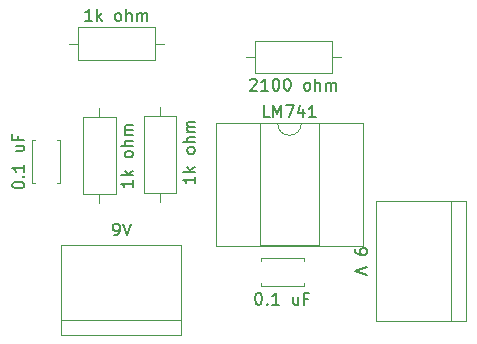
<source format=gbr>
%TF.GenerationSoftware,KiCad,Pcbnew,(5.1.7)-1*%
%TF.CreationDate,2022-10-27T22:03:01+03:00*%
%TF.ProjectId,wien_osc,7769656e-5f6f-4736-932e-6b696361645f,rev?*%
%TF.SameCoordinates,Original*%
%TF.FileFunction,Legend,Top*%
%TF.FilePolarity,Positive*%
%FSLAX46Y46*%
G04 Gerber Fmt 4.6, Leading zero omitted, Abs format (unit mm)*
G04 Created by KiCad (PCBNEW (5.1.7)-1) date 2022-10-27 22:03:01*
%MOMM*%
%LPD*%
G01*
G04 APERTURE LIST*
%ADD10C,0.120000*%
%ADD11C,0.150000*%
G04 APERTURE END LIST*
D10*
%TO.C,LM741*%
X156275280Y-95357640D02*
G75*
G02*
X154275280Y-95357640I-1000000J0D01*
G01*
X154275280Y-95357640D02*
X152740280Y-95357640D01*
X152740280Y-95357640D02*
X152740280Y-105637640D01*
X152740280Y-105637640D02*
X157810280Y-105637640D01*
X157810280Y-105637640D02*
X157810280Y-95357640D01*
X157810280Y-95357640D02*
X156275280Y-95357640D01*
X149040280Y-95297640D02*
X149040280Y-105697640D01*
X149040280Y-105697640D02*
X161510280Y-105697640D01*
X161510280Y-105697640D02*
X161510280Y-95297640D01*
X161510280Y-95297640D02*
X149040280Y-95297640D01*
%TO.C,2100 ohm*%
X158880560Y-91118360D02*
X158880560Y-88378360D01*
X158880560Y-88378360D02*
X152340560Y-88378360D01*
X152340560Y-88378360D02*
X152340560Y-91118360D01*
X152340560Y-91118360D02*
X158880560Y-91118360D01*
X159650560Y-89748360D02*
X158880560Y-89748360D01*
X151570560Y-89748360D02*
X152340560Y-89748360D01*
%TO.C,1k ohm*%
X142962960Y-101240340D02*
X145702960Y-101240340D01*
X145702960Y-101240340D02*
X145702960Y-94700340D01*
X145702960Y-94700340D02*
X142962960Y-94700340D01*
X142962960Y-94700340D02*
X142962960Y-101240340D01*
X144332960Y-102010340D02*
X144332960Y-101240340D01*
X144332960Y-93930340D02*
X144332960Y-94700340D01*
X137369800Y-87225200D02*
X137369800Y-89965200D01*
X137369800Y-89965200D02*
X143909800Y-89965200D01*
X143909800Y-89965200D02*
X143909800Y-87225200D01*
X143909800Y-87225200D02*
X137369800Y-87225200D01*
X136599800Y-88595200D02*
X137369800Y-88595200D01*
X144679800Y-88595200D02*
X143909800Y-88595200D01*
X140551840Y-94824800D02*
X137811840Y-94824800D01*
X137811840Y-94824800D02*
X137811840Y-101364800D01*
X137811840Y-101364800D02*
X140551840Y-101364800D01*
X140551840Y-101364800D02*
X140551840Y-94824800D01*
X139181840Y-94054800D02*
X139181840Y-94824800D01*
X139181840Y-102134800D02*
X139181840Y-101364800D01*
%TO.C,9 V*%
X168915080Y-101935280D02*
X168915080Y-112095280D01*
X170185080Y-101935280D02*
X162565080Y-101935280D01*
X162565080Y-101935280D02*
X162565080Y-112095280D01*
X162565080Y-112095280D02*
X170185080Y-112095280D01*
X170185080Y-112095280D02*
X170185080Y-101935280D01*
%TO.C,9V*%
X146110960Y-112008920D02*
X135950960Y-112008920D01*
X146110960Y-113278920D02*
X146110960Y-105658920D01*
X146110960Y-105658920D02*
X135950960Y-105658920D01*
X135950960Y-105658920D02*
X135950960Y-113278920D01*
X135950960Y-113278920D02*
X146110960Y-113278920D01*
%TO.C,0.1 uF*%
X156465040Y-109125080D02*
X152825040Y-109125080D01*
X156465040Y-106785080D02*
X152825040Y-106785080D01*
X156465040Y-109125080D02*
X156465040Y-108880080D01*
X156465040Y-107030080D02*
X156465040Y-106785080D01*
X152825040Y-109125080D02*
X152825040Y-108880080D01*
X152825040Y-107030080D02*
X152825040Y-106785080D01*
X133483020Y-100422480D02*
X133483020Y-96782480D01*
X135823020Y-100422480D02*
X135823020Y-96782480D01*
X133483020Y-100422480D02*
X133728020Y-100422480D01*
X135578020Y-100422480D02*
X135823020Y-100422480D01*
X133483020Y-96782480D02*
X133728020Y-96782480D01*
X135578020Y-96782480D02*
X135823020Y-96782480D01*
%TO.C,LM741*%
D11*
X153584803Y-94810020D02*
X153108613Y-94810020D01*
X153108613Y-93810020D01*
X153918137Y-94810020D02*
X153918137Y-93810020D01*
X154251470Y-94524306D01*
X154584803Y-93810020D01*
X154584803Y-94810020D01*
X154965756Y-93810020D02*
X155632422Y-93810020D01*
X155203851Y-94810020D01*
X156441946Y-94143354D02*
X156441946Y-94810020D01*
X156203851Y-93762401D02*
X155965756Y-94476687D01*
X156584803Y-94476687D01*
X157489565Y-94810020D02*
X156918137Y-94810020D01*
X157203851Y-94810020D02*
X157203851Y-93810020D01*
X157108613Y-93952878D01*
X157013375Y-94048116D01*
X156918137Y-94095735D01*
%TO.C,2100 ohm*%
X151943893Y-91665979D02*
X151991512Y-91618360D01*
X152086750Y-91570740D01*
X152324845Y-91570740D01*
X152420083Y-91618360D01*
X152467702Y-91665979D01*
X152515321Y-91761217D01*
X152515321Y-91856455D01*
X152467702Y-91999312D01*
X151896274Y-92570740D01*
X152515321Y-92570740D01*
X153467702Y-92570740D02*
X152896274Y-92570740D01*
X153181988Y-92570740D02*
X153181988Y-91570740D01*
X153086750Y-91713598D01*
X152991512Y-91808836D01*
X152896274Y-91856455D01*
X154086750Y-91570740D02*
X154181988Y-91570740D01*
X154277226Y-91618360D01*
X154324845Y-91665979D01*
X154372464Y-91761217D01*
X154420083Y-91951693D01*
X154420083Y-92189788D01*
X154372464Y-92380264D01*
X154324845Y-92475502D01*
X154277226Y-92523121D01*
X154181988Y-92570740D01*
X154086750Y-92570740D01*
X153991512Y-92523121D01*
X153943893Y-92475502D01*
X153896274Y-92380264D01*
X153848655Y-92189788D01*
X153848655Y-91951693D01*
X153896274Y-91761217D01*
X153943893Y-91665979D01*
X153991512Y-91618360D01*
X154086750Y-91570740D01*
X155039131Y-91570740D02*
X155134369Y-91570740D01*
X155229607Y-91618360D01*
X155277226Y-91665979D01*
X155324845Y-91761217D01*
X155372464Y-91951693D01*
X155372464Y-92189788D01*
X155324845Y-92380264D01*
X155277226Y-92475502D01*
X155229607Y-92523121D01*
X155134369Y-92570740D01*
X155039131Y-92570740D01*
X154943893Y-92523121D01*
X154896274Y-92475502D01*
X154848655Y-92380264D01*
X154801036Y-92189788D01*
X154801036Y-91951693D01*
X154848655Y-91761217D01*
X154896274Y-91665979D01*
X154943893Y-91618360D01*
X155039131Y-91570740D01*
X156705798Y-92570740D02*
X156610560Y-92523121D01*
X156562940Y-92475502D01*
X156515321Y-92380264D01*
X156515321Y-92094550D01*
X156562940Y-91999312D01*
X156610560Y-91951693D01*
X156705798Y-91904074D01*
X156848655Y-91904074D01*
X156943893Y-91951693D01*
X156991512Y-91999312D01*
X157039131Y-92094550D01*
X157039131Y-92380264D01*
X156991512Y-92475502D01*
X156943893Y-92523121D01*
X156848655Y-92570740D01*
X156705798Y-92570740D01*
X157467702Y-92570740D02*
X157467702Y-91570740D01*
X157896274Y-92570740D02*
X157896274Y-92046931D01*
X157848655Y-91951693D01*
X157753417Y-91904074D01*
X157610560Y-91904074D01*
X157515321Y-91951693D01*
X157467702Y-91999312D01*
X158372464Y-92570740D02*
X158372464Y-91904074D01*
X158372464Y-91999312D02*
X158420083Y-91951693D01*
X158515321Y-91904074D01*
X158658179Y-91904074D01*
X158753417Y-91951693D01*
X158801036Y-92046931D01*
X158801036Y-92570740D01*
X158801036Y-92046931D02*
X158848655Y-91951693D01*
X158943893Y-91904074D01*
X159086750Y-91904074D01*
X159181988Y-91951693D01*
X159229607Y-92046931D01*
X159229607Y-92570740D01*
%TO.C,1k ohm*%
X147264380Y-99861428D02*
X147264380Y-100432857D01*
X147264380Y-100147142D02*
X146264380Y-100147142D01*
X146407238Y-100242380D01*
X146502476Y-100337619D01*
X146550095Y-100432857D01*
X147264380Y-99432857D02*
X146264380Y-99432857D01*
X146883428Y-99337619D02*
X147264380Y-99051904D01*
X146597714Y-99051904D02*
X146978666Y-99432857D01*
X147264380Y-97718571D02*
X147216761Y-97813809D01*
X147169142Y-97861428D01*
X147073904Y-97909047D01*
X146788190Y-97909047D01*
X146692952Y-97861428D01*
X146645333Y-97813809D01*
X146597714Y-97718571D01*
X146597714Y-97575714D01*
X146645333Y-97480476D01*
X146692952Y-97432857D01*
X146788190Y-97385238D01*
X147073904Y-97385238D01*
X147169142Y-97432857D01*
X147216761Y-97480476D01*
X147264380Y-97575714D01*
X147264380Y-97718571D01*
X147264380Y-96956666D02*
X146264380Y-96956666D01*
X147264380Y-96528095D02*
X146740571Y-96528095D01*
X146645333Y-96575714D01*
X146597714Y-96670952D01*
X146597714Y-96813809D01*
X146645333Y-96909047D01*
X146692952Y-96956666D01*
X147264380Y-96051904D02*
X146597714Y-96051904D01*
X146692952Y-96051904D02*
X146645333Y-96004285D01*
X146597714Y-95909047D01*
X146597714Y-95766190D01*
X146645333Y-95670952D01*
X146740571Y-95623333D01*
X147264380Y-95623333D01*
X146740571Y-95623333D02*
X146645333Y-95575714D01*
X146597714Y-95480476D01*
X146597714Y-95337619D01*
X146645333Y-95242380D01*
X146740571Y-95194761D01*
X147264380Y-95194761D01*
X138568371Y-86677580D02*
X137996942Y-86677580D01*
X138282657Y-86677580D02*
X138282657Y-85677580D01*
X138187419Y-85820438D01*
X138092180Y-85915676D01*
X137996942Y-85963295D01*
X138996942Y-86677580D02*
X138996942Y-85677580D01*
X139092180Y-86296628D02*
X139377895Y-86677580D01*
X139377895Y-86010914D02*
X138996942Y-86391866D01*
X140711228Y-86677580D02*
X140615990Y-86629961D01*
X140568371Y-86582342D01*
X140520752Y-86487104D01*
X140520752Y-86201390D01*
X140568371Y-86106152D01*
X140615990Y-86058533D01*
X140711228Y-86010914D01*
X140854085Y-86010914D01*
X140949323Y-86058533D01*
X140996942Y-86106152D01*
X141044561Y-86201390D01*
X141044561Y-86487104D01*
X140996942Y-86582342D01*
X140949323Y-86629961D01*
X140854085Y-86677580D01*
X140711228Y-86677580D01*
X141473133Y-86677580D02*
X141473133Y-85677580D01*
X141901704Y-86677580D02*
X141901704Y-86153771D01*
X141854085Y-86058533D01*
X141758847Y-86010914D01*
X141615990Y-86010914D01*
X141520752Y-86058533D01*
X141473133Y-86106152D01*
X142377895Y-86677580D02*
X142377895Y-86010914D01*
X142377895Y-86106152D02*
X142425514Y-86058533D01*
X142520752Y-86010914D01*
X142663609Y-86010914D01*
X142758847Y-86058533D01*
X142806466Y-86153771D01*
X142806466Y-86677580D01*
X142806466Y-86153771D02*
X142854085Y-86058533D01*
X142949323Y-86010914D01*
X143092180Y-86010914D01*
X143187419Y-86058533D01*
X143235038Y-86153771D01*
X143235038Y-86677580D01*
X142004220Y-100166228D02*
X142004220Y-100737657D01*
X142004220Y-100451942D02*
X141004220Y-100451942D01*
X141147078Y-100547180D01*
X141242316Y-100642419D01*
X141289935Y-100737657D01*
X142004220Y-99737657D02*
X141004220Y-99737657D01*
X141623268Y-99642419D02*
X142004220Y-99356704D01*
X141337554Y-99356704D02*
X141718506Y-99737657D01*
X142004220Y-98023371D02*
X141956601Y-98118609D01*
X141908982Y-98166228D01*
X141813744Y-98213847D01*
X141528030Y-98213847D01*
X141432792Y-98166228D01*
X141385173Y-98118609D01*
X141337554Y-98023371D01*
X141337554Y-97880514D01*
X141385173Y-97785276D01*
X141432792Y-97737657D01*
X141528030Y-97690038D01*
X141813744Y-97690038D01*
X141908982Y-97737657D01*
X141956601Y-97785276D01*
X142004220Y-97880514D01*
X142004220Y-98023371D01*
X142004220Y-97261466D02*
X141004220Y-97261466D01*
X142004220Y-96832895D02*
X141480411Y-96832895D01*
X141385173Y-96880514D01*
X141337554Y-96975752D01*
X141337554Y-97118609D01*
X141385173Y-97213847D01*
X141432792Y-97261466D01*
X142004220Y-96356704D02*
X141337554Y-96356704D01*
X141432792Y-96356704D02*
X141385173Y-96309085D01*
X141337554Y-96213847D01*
X141337554Y-96070990D01*
X141385173Y-95975752D01*
X141480411Y-95928133D01*
X142004220Y-95928133D01*
X141480411Y-95928133D02*
X141385173Y-95880514D01*
X141337554Y-95785276D01*
X141337554Y-95642419D01*
X141385173Y-95547180D01*
X141480411Y-95499561D01*
X142004220Y-95499561D01*
%TO.C,9 V*%
X160842699Y-106015280D02*
X160842699Y-106205756D01*
X160890318Y-106300994D01*
X160937937Y-106348613D01*
X161080794Y-106443851D01*
X161271270Y-106491470D01*
X161652222Y-106491470D01*
X161747460Y-106443851D01*
X161795080Y-106396232D01*
X161842699Y-106300994D01*
X161842699Y-106110518D01*
X161795080Y-106015280D01*
X161747460Y-105967660D01*
X161652222Y-105920041D01*
X161414127Y-105920041D01*
X161318889Y-105967660D01*
X161271270Y-106015280D01*
X161223651Y-106110518D01*
X161223651Y-106300994D01*
X161271270Y-106396232D01*
X161318889Y-106443851D01*
X161414127Y-106491470D01*
X161842699Y-107539089D02*
X160842699Y-107872422D01*
X161842699Y-108205756D01*
%TO.C,9V*%
X140411912Y-104841300D02*
X140602388Y-104841300D01*
X140697626Y-104793681D01*
X140745245Y-104746062D01*
X140840483Y-104603205D01*
X140888102Y-104412729D01*
X140888102Y-104031777D01*
X140840483Y-103936539D01*
X140792864Y-103888920D01*
X140697626Y-103841300D01*
X140507150Y-103841300D01*
X140411912Y-103888920D01*
X140364293Y-103936539D01*
X140316674Y-104031777D01*
X140316674Y-104269872D01*
X140364293Y-104365110D01*
X140411912Y-104412729D01*
X140507150Y-104460348D01*
X140697626Y-104460348D01*
X140792864Y-104412729D01*
X140840483Y-104365110D01*
X140888102Y-104269872D01*
X141173817Y-103841300D02*
X141507150Y-104841300D01*
X141840483Y-103841300D01*
%TO.C,0.1 uF*%
X152621230Y-109707460D02*
X152716468Y-109707460D01*
X152811706Y-109755080D01*
X152859325Y-109802699D01*
X152906944Y-109897937D01*
X152954563Y-110088413D01*
X152954563Y-110326508D01*
X152906944Y-110516984D01*
X152859325Y-110612222D01*
X152811706Y-110659841D01*
X152716468Y-110707460D01*
X152621230Y-110707460D01*
X152525992Y-110659841D01*
X152478373Y-110612222D01*
X152430754Y-110516984D01*
X152383135Y-110326508D01*
X152383135Y-110088413D01*
X152430754Y-109897937D01*
X152478373Y-109802699D01*
X152525992Y-109755080D01*
X152621230Y-109707460D01*
X153383135Y-110612222D02*
X153430754Y-110659841D01*
X153383135Y-110707460D01*
X153335516Y-110659841D01*
X153383135Y-110612222D01*
X153383135Y-110707460D01*
X154383135Y-110707460D02*
X153811706Y-110707460D01*
X154097420Y-110707460D02*
X154097420Y-109707460D01*
X154002182Y-109850318D01*
X153906944Y-109945556D01*
X153811706Y-109993175D01*
X156002182Y-110040794D02*
X156002182Y-110707460D01*
X155573611Y-110040794D02*
X155573611Y-110564603D01*
X155621230Y-110659841D01*
X155716468Y-110707460D01*
X155859325Y-110707460D01*
X155954563Y-110659841D01*
X156002182Y-110612222D01*
X156811706Y-110183651D02*
X156478373Y-110183651D01*
X156478373Y-110707460D02*
X156478373Y-109707460D01*
X156954563Y-109707460D01*
X131805400Y-100626289D02*
X131805400Y-100531051D01*
X131853020Y-100435813D01*
X131900639Y-100388194D01*
X131995877Y-100340575D01*
X132186353Y-100292956D01*
X132424448Y-100292956D01*
X132614924Y-100340575D01*
X132710162Y-100388194D01*
X132757781Y-100435813D01*
X132805400Y-100531051D01*
X132805400Y-100626289D01*
X132757781Y-100721527D01*
X132710162Y-100769146D01*
X132614924Y-100816765D01*
X132424448Y-100864384D01*
X132186353Y-100864384D01*
X131995877Y-100816765D01*
X131900639Y-100769146D01*
X131853020Y-100721527D01*
X131805400Y-100626289D01*
X132710162Y-99864384D02*
X132757781Y-99816765D01*
X132805400Y-99864384D01*
X132757781Y-99912003D01*
X132710162Y-99864384D01*
X132805400Y-99864384D01*
X132805400Y-98864384D02*
X132805400Y-99435813D01*
X132805400Y-99150099D02*
X131805400Y-99150099D01*
X131948258Y-99245337D01*
X132043496Y-99340575D01*
X132091115Y-99435813D01*
X132138734Y-97245337D02*
X132805400Y-97245337D01*
X132138734Y-97673908D02*
X132662543Y-97673908D01*
X132757781Y-97626289D01*
X132805400Y-97531051D01*
X132805400Y-97388194D01*
X132757781Y-97292956D01*
X132710162Y-97245337D01*
X132281591Y-96435813D02*
X132281591Y-96769146D01*
X132805400Y-96769146D02*
X131805400Y-96769146D01*
X131805400Y-96292956D01*
%TD*%
M02*

</source>
